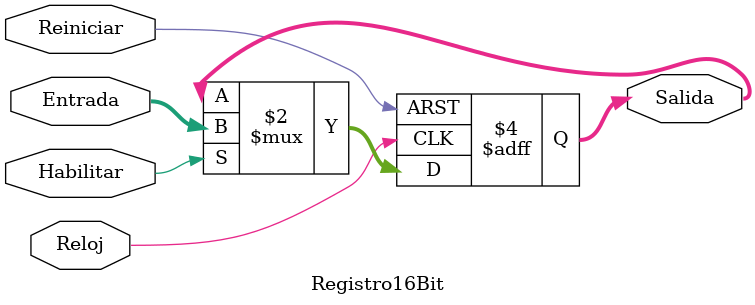
<source format=v>
module Registro16Bit (/*AUTOARG*/
   // Outputs
   Salida,
   // Inputs
   Entrada, Reloj, Reiniciar, Habilitar
   ) ;
   output reg [15:0] Salida;
   input  [15:0] Entrada;
   input  Reloj, Reiniciar, Habilitar;

   always @ (posedge Reloj, posedge Reiniciar)
      if (Reiniciar)
	Salida <= 16'h0;
      else if (Habilitar)
	Salida <= Entrada;

endmodule // Registro16Bit

</source>
